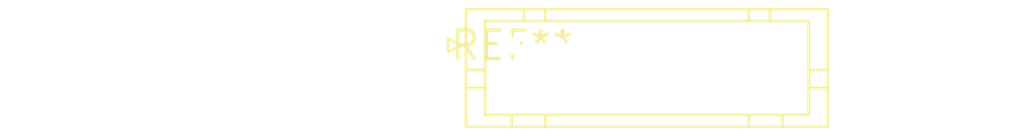
<source format=kicad_pcb>
(kicad_pcb (version 20240108) (generator pcbnew)
  (layers (0 "F.Cu" signal) (31 "B.Cu" signal) (34 "B.Paste" user) (35 "F.Paste" user) (36 "B.SilkS" user "B.Silkscreen") (37 "F.SilkS" user "F.Silkscreen") (38 "B.Mask" user) (39 "F.Mask" user) (44 "Edge.Cuts" user))
  (net 0 "")
  (footprint "JST_PHD_B14B-PHDSS_2x07_P2.00mm_Vertical" (layer "F.Cu") (at 0 0)
    (property "Reference" "REF**")
    (property "Value" "JST_PHD_B14B-PHDSS_2x07_P2.00mm_Vertical")
    (fp_line (start -2.86 -0.3) (end -2.26 0) (layer "F.SilkS") (stroke (width 0.12)))
    (fp_line (start -2.86 0.3) (end -2.86 -0.3) (layer "F.SilkS") (stroke (width 0.12)))
    (fp_line (start -2.26 0) (end -2.86 0.3) (layer "F.SilkS") (stroke (width 0.12)))
    (fp_line (start -2.06 -1.61) (end -2.06 3.61) (layer "F.SilkS") (stroke (width 0.12)))
    (fp_line (start -2.06 1.1) (end -1.2 1.1) (layer "F.SilkS") (stroke (width 0.12)))
    (fp_line (start -2.06 1.9) (end -1.2 1.9) (layer "F.SilkS") (stroke (width 0.12)))
    (fp_line (start -2.06 3.61) (end 14.06 3.61) (layer "F.SilkS") (stroke (width 0.12)))
    (fp_line (start -1.2 -1.1) (end -1.2 3.1) (layer "F.SilkS") (stroke (width 0.12)))
    (fp_line (start -1.2 3.1) (end 13.2 3.1) (layer "F.SilkS") (stroke (width 0.12)))
    (fp_line (start -0.03 3.61) (end -0.03 3.1) (layer "F.SilkS") (stroke (width 0.12)))
    (fp_line (start 0.53 -1.61) (end 0.53 -1.1) (layer "F.SilkS") (stroke (width 0.12)))
    (fp_line (start 1.47 -1.61) (end 1.47 -1.1) (layer "F.SilkS") (stroke (width 0.12)))
    (fp_line (start 1.47 3.61) (end 1.47 3.1) (layer "F.SilkS") (stroke (width 0.12)))
    (fp_line (start 10.53 -1.61) (end 10.53 -1.1) (layer "F.SilkS") (stroke (width 0.12)))
    (fp_line (start 10.53 3.61) (end 10.53 3.1) (layer "F.SilkS") (stroke (width 0.12)))
    (fp_line (start 11.47 -1.61) (end 11.47 -1.1) (layer "F.SilkS") (stroke (width 0.12)))
    (fp_line (start 12.03 3.61) (end 12.03 3.1) (layer "F.SilkS") (stroke (width 0.12)))
    (fp_line (start 13.2 -1.1) (end -1.2 -1.1) (layer "F.SilkS") (stroke (width 0.12)))
    (fp_line (start 13.2 3.1) (end 13.2 -1.1) (layer "F.SilkS") (stroke (width 0.12)))
    (fp_line (start 14.06 -1.61) (end -2.06 -1.61) (layer "F.SilkS") (stroke (width 0.12)))
    (fp_line (start 14.06 1.1) (end 13.2 1.1) (layer "F.SilkS") (stroke (width 0.12)))
    (fp_line (start 14.06 1.9) (end 13.2 1.9) (layer "F.SilkS") (stroke (width 0.12)))
    (fp_line (start 14.06 3.61) (end 14.06 -1.61) (layer "F.SilkS") (stroke (width 0.12)))
    (pad "1" thru_hole roundrect (at 0 0) (size 1.2 1.2) (drill 0.75) (layers *.Cu *.Mask) (remove_unused_layers) (roundrect_rratio 0.208333))
    (pad "2" thru_hole circle (at 0 2) (size 1.2 1.2) (drill 0.75) (layers *.Cu *.Mask) (remove_unused_layers))
    (pad "3" thru_hole circle (at 2 0) (size 1.2 1.2) (drill 0.75) (layers *.Cu *.Mask) (remove_unused_layers))
    (pad "4" thru_hole circle (at 2 2) (size 1.2 1.2) (drill 0.75) (layers *.Cu *.Mask) (remove_unused_layers))
    (pad "5" thru_hole circle (at 4 0) (size 1.2 1.2) (drill 0.75) (layers *.Cu *.Mask) (remove_unused_layers))
    (pad "6" thru_hole circle (at 4 2) (size 1.2 1.2) (drill 0.75) (layers *.Cu *.Mask) (remove_unused_layers))
    (pad "7" thru_hole circle (at 6 0) (size 1.2 1.2) (drill 0.75) (layers *.Cu *.Mask) (remove_unused_layers))
    (pad "8" thru_hole circle (at 6 2) (size 1.2 1.2) (drill 0.75) (layers *.Cu *.Mask) (remove_unused_layers))
    (pad "9" thru_hole circle (at 8 0) (size 1.2 1.2) (drill 0.75) (layers *.Cu *.Mask) (remove_unused_layers))
    (pad "10" thru_hole circle (at 8 2) (size 1.2 1.2) (drill 0.75) (layers *.Cu *.Mask) (remove_unused_layers))
    (pad "11" thru_hole circle (at 10 0) (size 1.2 1.2) (drill 0.75) (layers *.Cu *.Mask) (remove_unused_layers))
    (pad "12" thru_hole circle (at 10 2) (size 1.2 1.2) (drill 0.75) (layers *.Cu *.Mask) (remove_unused_layers))
    (pad "13" thru_hole circle (at 12 0) (size 1.2 1.2) (drill 0.75) (layers *.Cu *.Mask) (remove_unused_layers))
    (pad "14" thru_hole circle (at 12 2) (size 1.2 1.2) (drill 0.75) (layers *.Cu *.Mask) (remove_unused_layers))
  )
)
</source>
